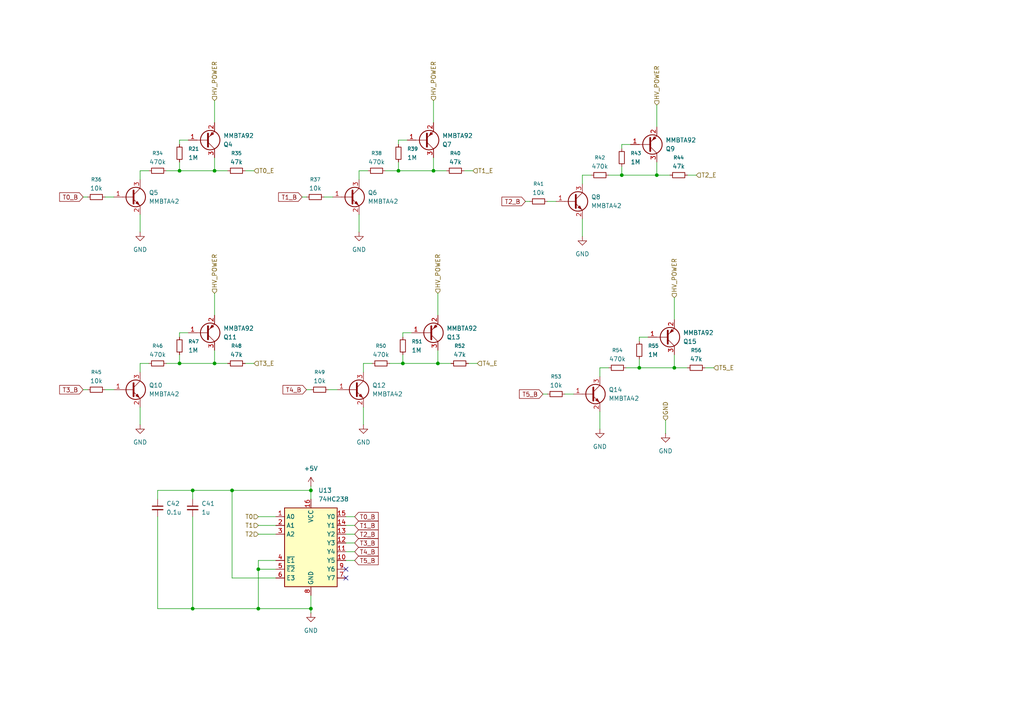
<source format=kicad_sch>
(kicad_sch (version 20250114) (generator "eeschema") (generator_version "9.0")
  (paper "A4")
  (lib_symbols
    (symbol "74xx:74HC238"
      (property "Reference" "U" (at -7.62 13.97 0))
      (property "Value" "74HC238" (at 2.54 -11.43 0))
      (symbol "74HC238_0_1"
        (rectangle (start -7.62 12.7) (end 7.62 -10.16) (stroke (width 0.254)) (fill (type background)))
      )
      (symbol "74HC238_1_1"
        (pin input line (at -10.16 10.16 0) (length 2.54) (name "A0") (number "1"))
        (pin input line (at -10.16 7.62 0) (length 2.54) (name "A1") (number "2"))
        (pin input line (at -10.16 5.08 0) (length 2.54) (name "A2") (number "3"))
        (pin input line (at -10.16 -2.54 0) (length 2.54) (name "~{E1}") (number "4"))
        (pin input line (at -10.16 -5.08 0) (length 2.54) (name "~{E2}") (number "5"))
        (pin input line (at -10.16 -7.62 0) (length 2.54) (name "E3") (number "6"))
        (pin power_in line (at 0 15.24 270) (length 2.54) (name "VCC") (number "16"))
        (pin power_in line (at 0 -12.7 90) (length 2.54) (name "GND") (number "8"))
        (pin output line (at 10.16 10.16 180) (length 2.54) (name "Y0") (number "15"))
        (pin output line (at 10.16 7.62 180) (length 2.54) (name "Y1") (number "14"))
        (pin output line (at 10.16 5.08 180) (length 2.54) (name "Y2") (number "13"))
        (pin output line (at 10.16 2.54 180) (length 2.54) (name "Y3") (number "12"))
        (pin output line (at 10.16 0 180) (length 2.54) (name "Y4") (number "11"))
        (pin output line (at 10.16 -2.54 180) (length 2.54) (name "Y5") (number "10"))
        (pin output line (at 10.16 -5.08 180) (length 2.54) (name "Y6") (number "9"))
        (pin output line (at 10.16 -7.62 180) (length 2.54) (name "Y7") (number "7"))
      )
    )
    (symbol "Device:C_Small" (pin_numbers (hide yes)) (pin_names (offset 0.254) (hide yes))
      (property "Reference" "C" (at 0.254 1.778 0))
      (property "Value" "C_Small" (at 0.254 -2.032 0))
      (symbol "C_Small_0_1"
        (polyline (pts (xy -1.524 0.508) (xy 1.524 0.508)) (stroke (width 0.3048)))
        (polyline (pts (xy -1.524 -0.508) (xy 1.524 -0.508)) (stroke (width 0.3302)))
      )
      (symbol "C_Small_1_1"
        (pin passive line (at 0 2.54 270) (length 2.032) (name "~") (number "1"))
        (pin passive line (at 0 -2.54 90) (length 2.032) (name "~") (number "2"))
      )
    )
    (symbol "Device:R_Small" (pin_numbers (hide yes)) (pin_names (offset 0.254) (hide yes))
      (property "Reference" "R" (at 0 0 90))
      (property "Value" "R_Small" (at 1.778 0 90))
      (symbol "R_Small_0_1"
        (rectangle (start -0.762 1.778) (end 0.762 -1.778) (stroke (width 0.2032)))
      )
      (symbol "R_Small_1_1"
        (pin passive line (at 0 2.54 270) (length 0.762) (name "~") (number "1"))
        (pin passive line (at 0 -2.54 90) (length 0.762) (name "~") (number "2"))
      )
    )
    (symbol "Transistor_BJT:MMBTA42" (pin_names (offset 0) (hide yes))
      (property "Reference" "Q" (at 5.08 1.905 0))
      (property "Value" "MMBTA42" (at 5.08 0 0))
      (symbol "MMBTA42_0_1"
        (polyline (pts (xy -2.54 0) (xy 0.635 0)))
        (polyline (pts (xy 0.635 1.905) (xy 0.635 -1.905)) (stroke (width 0.508)))
        (circle (center 1.27 0) (radius 2.8194) (stroke (width 0.254)))
      )
      (symbol "MMBTA42_1_1"
        (polyline (pts (xy 0.635 0.635) (xy 2.54 2.54)))
        (polyline (pts (xy 0.635 -0.635) (xy 2.54 -2.54)))
        (polyline (pts (xy 1.27 -1.778) (xy 1.778 -1.27) (xy 2.286 -2.286) (xy 1.27 -1.778)) (fill (type outline)))
        (pin input line (at -5.08 0 0) (length 2.54) (name "B") (number "1"))
        (pin passive line (at 2.54 5.08 270) (length 2.54) (name "C") (number "3"))
        (pin passive line (at 2.54 -5.08 90) (length 2.54) (name "E") (number "2"))
      )
    )
    (symbol "Transistor_BJT:MMBTA92" (pin_names (offset 0) (hide yes))
      (property "Reference" "Q" (at 5.08 1.905 0))
      (property "Value" "MMBTA92" (at 5.08 0 0))
      (symbol "MMBTA92_0_1"
        (polyline (pts (xy -2.54 0) (xy 0.635 0)))
        (polyline (pts (xy 0.635 1.905) (xy 0.635 -1.905)) (stroke (width 0.508)))
        (polyline (pts (xy 0.635 0.635) (xy 2.54 2.54)))
        (polyline (pts (xy 0.635 -0.635) (xy 2.54 -2.54)))
        (circle (center 1.27 0) (radius 2.8194) (stroke (width 0.254)))
        (polyline (pts (xy 2.286 -1.778) (xy 1.778 -2.286) (xy 1.27 -1.27) (xy 2.286 -1.778)) (fill (type outline)))
      )
      (symbol "MMBTA92_1_1"
        (pin input line (at -5.08 0 0) (length 2.54) (name "B") (number "1"))
        (pin passive line (at 2.54 5.08 270) (length 2.54) (name "C") (number "3"))
        (pin passive line (at 2.54 -5.08 90) (length 2.54) (name "E") (number "2"))
      )
    )
    (symbol "power:+5V" (power) (pin_numbers (hide yes)) (pin_names (offset 0) (hide yes))
      (property "Value" "+5V" (at 0 3.556 0))
      (symbol "+5V_0_1"
        (polyline (pts (xy -0.762 1.27) (xy 0 2.54)))
        (polyline (pts (xy 0 2.54) (xy 0.762 1.27)))
        (polyline (pts (xy 0 0) (xy 0 2.54)))
      )
      (symbol "+5V_1_1"
        (pin power_in line (at 0 0 90) (length 0) (name "~") (number "1"))
      )
    )
    (symbol "power:GND" (power) (pin_numbers (hide yes)) (pin_names (offset 0) (hide yes))
      (property "Value" "GND" (at 0 -3.81 0))
      (symbol "GND_0_1"
        (polyline (pts (xy 0 0) (xy 0 -1.27) (xy 1.27 -1.27) (xy 0 -2.54) (xy -1.27 -1.27) (xy 0 -1.27)))
      )
      (symbol "GND_1_1"
        (pin power_in line (at 0 0 270) (length 0) (name "~") (number "1"))
      )
    )
  )
  (junction (at 185.42 106.68))
  (junction (at 127 105.41))
  (junction (at 90.17 176.53))
  (junction (at 52.07 105.41))
  (junction (at 90.17 142.24))
  (junction (at 195.58 106.68))
  (junction (at 74.93 165.1))
  (junction (at 74.93 176.53))
  (junction (at 52.07 49.53))
  (junction (at 190.5 50.8))
  (junction (at 180.34 50.8))
  (junction (at 116.84 105.41))
  (junction (at 55.88 176.53))
  (junction (at 125.73 49.53))
  (junction (at 67.31 142.24))
  (junction (at 115.57 49.53))
  (junction (at 55.88 142.24))
  (junction (at 62.23 49.53))
  (junction (at 62.23 105.41))
  (no_connect (at 100.33 165.1))
  (no_connect (at 100.33 167.64))
  (wire (pts (xy 40.64 52.07) (xy 40.64 49.53)))
  (wire (pts (xy 116.84 96.52) (xy 119.38 96.52)))
  (wire (pts (xy 115.57 41.91) (xy 115.57 40.64)))
  (wire (pts (xy 125.73 29.21) (xy 125.73 35.56)))
  (wire (pts (xy 40.64 49.53) (xy 43.18 49.53)))
  (wire (pts (xy 185.42 97.79) (xy 187.96 97.79)))
  (wire (pts (xy 62.23 101.6) (xy 62.23 105.41)))
  (wire (pts (xy 74.93 152.4) (xy 80.01 152.4)))
  (wire (pts (xy 52.07 96.52) (xy 54.61 96.52)))
  (wire (pts (xy 158.75 58.42) (xy 161.29 58.42)))
  (wire (pts (xy 67.31 142.24) (xy 67.31 167.64)))
  (wire (pts (xy 104.14 49.53) (xy 106.68 49.53)))
  (wire (pts (xy 52.07 46.99) (xy 52.07 49.53)))
  (wire (pts (xy 52.07 41.91) (xy 52.07 40.64)))
  (wire (pts (xy 62.23 29.21) (xy 62.23 35.56)))
  (wire (pts (xy 52.07 102.87) (xy 52.07 105.41)))
  (wire (pts (xy 90.17 142.24) (xy 90.17 144.78)))
  (wire (pts (xy 168.91 50.8) (xy 171.45 50.8)))
  (wire (pts (xy 40.64 105.41) (xy 43.18 105.41)))
  (wire (pts (xy 30.48 57.15) (xy 33.02 57.15)))
  (wire (pts (xy 45.72 176.53) (xy 55.88 176.53)))
  (wire (pts (xy 190.5 30.48) (xy 190.5 36.83)))
  (wire (pts (xy 74.93 176.53) (xy 90.17 176.53)))
  (wire (pts (xy 135.89 105.41) (xy 138.43 105.41)))
  (wire (pts (xy 176.53 50.8) (xy 180.34 50.8)))
  (wire (pts (xy 204.47 106.68) (xy 207.01 106.68)))
  (wire (pts (xy 62.23 105.41) (xy 66.04 105.41)))
  (wire (pts (xy 185.42 104.14) (xy 185.42 106.68)))
  (wire (pts (xy 48.26 49.53) (xy 52.07 49.53)))
  (wire (pts (xy 67.31 142.24) (xy 90.17 142.24)))
  (wire (pts (xy 115.57 46.99) (xy 115.57 49.53)))
  (wire (pts (xy 180.34 48.26) (xy 180.34 50.8)))
  (wire (pts (xy 55.88 176.53) (xy 74.93 176.53)))
  (wire (pts (xy 55.88 144.78) (xy 55.88 142.24)))
  (wire (pts (xy 104.14 52.07) (xy 104.14 49.53)))
  (wire (pts (xy 100.33 157.48) (xy 102.87 157.48)))
  (wire (pts (xy 74.93 149.86) (xy 80.01 149.86)))
  (wire (pts (xy 62.23 85.09) (xy 62.23 91.44)))
  (wire (pts (xy 127 85.09) (xy 127 91.44)))
  (wire (pts (xy 93.98 57.15) (xy 96.52 57.15)))
  (wire (pts (xy 190.5 50.8) (xy 194.31 50.8)))
  (wire (pts (xy 105.41 118.11) (xy 105.41 123.19)))
  (wire (pts (xy 105.41 107.95) (xy 105.41 105.41)))
  (wire (pts (xy 173.99 106.68) (xy 176.53 106.68)))
  (wire (pts (xy 62.23 45.72) (xy 62.23 49.53)))
  (wire (pts (xy 48.26 105.41) (xy 52.07 105.41)))
  (wire (pts (xy 116.84 102.87) (xy 116.84 105.41)))
  (wire (pts (xy 90.17 176.53) (xy 90.17 177.8)))
  (wire (pts (xy 157.48 114.3) (xy 158.75 114.3)))
  (wire (pts (xy 181.61 106.68) (xy 185.42 106.68)))
  (wire (pts (xy 24.13 57.15) (xy 25.4 57.15)))
  (wire (pts (xy 173.99 119.38) (xy 173.99 124.46)))
  (wire (pts (xy 87.63 57.15) (xy 88.9 57.15)))
  (wire (pts (xy 116.84 105.41) (xy 127 105.41)))
  (wire (pts (xy 74.93 154.94) (xy 80.01 154.94)))
  (wire (pts (xy 95.25 113.03) (xy 97.79 113.03)))
  (wire (pts (xy 80.01 162.56) (xy 74.93 162.56)))
  (wire (pts (xy 104.14 62.23) (xy 104.14 67.31)))
  (wire (pts (xy 40.64 118.11) (xy 40.64 123.19)))
  (wire (pts (xy 185.42 99.06) (xy 185.42 97.79)))
  (wire (pts (xy 113.03 105.41) (xy 116.84 105.41)))
  (wire (pts (xy 45.72 144.78) (xy 45.72 142.24)))
  (wire (pts (xy 100.33 152.4) (xy 102.87 152.4)))
  (wire (pts (xy 90.17 172.72) (xy 90.17 176.53)))
  (wire (pts (xy 127 105.41) (xy 130.81 105.41)))
  (wire (pts (xy 52.07 105.41) (xy 62.23 105.41)))
  (wire (pts (xy 195.58 102.87) (xy 195.58 106.68)))
  (wire (pts (xy 185.42 106.68) (xy 195.58 106.68)))
  (wire (pts (xy 100.33 154.94) (xy 102.87 154.94)))
  (wire (pts (xy 180.34 50.8) (xy 190.5 50.8)))
  (wire (pts (xy 111.76 49.53) (xy 115.57 49.53)))
  (wire (pts (xy 125.73 45.72) (xy 125.73 49.53)))
  (wire (pts (xy 125.73 49.53) (xy 129.54 49.53)))
  (wire (pts (xy 52.07 49.53) (xy 62.23 49.53)))
  (wire (pts (xy 115.57 40.64) (xy 118.11 40.64)))
  (wire (pts (xy 180.34 41.91) (xy 182.88 41.91)))
  (wire (pts (xy 74.93 165.1) (xy 74.93 176.53)))
  (wire (pts (xy 173.99 109.22) (xy 173.99 106.68)))
  (wire (pts (xy 62.23 49.53) (xy 66.04 49.53)))
  (wire (pts (xy 199.39 50.8) (xy 201.93 50.8)))
  (wire (pts (xy 40.64 107.95) (xy 40.64 105.41)))
  (wire (pts (xy 71.12 105.41) (xy 73.66 105.41)))
  (wire (pts (xy 40.64 62.23) (xy 40.64 67.31)))
  (wire (pts (xy 163.83 114.3) (xy 166.37 114.3)))
  (wire (pts (xy 195.58 106.68) (xy 199.39 106.68)))
  (wire (pts (xy 168.91 53.34) (xy 168.91 50.8)))
  (wire (pts (xy 190.5 46.99) (xy 190.5 50.8)))
  (wire (pts (xy 71.12 49.53) (xy 73.66 49.53)))
  (wire (pts (xy 168.91 63.5) (xy 168.91 68.58)))
  (wire (pts (xy 45.72 149.86) (xy 45.72 176.53)))
  (wire (pts (xy 30.48 113.03) (xy 33.02 113.03)))
  (wire (pts (xy 80.01 167.64) (xy 67.31 167.64)))
  (wire (pts (xy 100.33 160.02) (xy 102.87 160.02)))
  (wire (pts (xy 100.33 162.56) (xy 102.87 162.56)))
  (wire (pts (xy 45.72 142.24) (xy 55.88 142.24)))
  (wire (pts (xy 152.4 58.42) (xy 153.67 58.42)))
  (wire (pts (xy 55.88 142.24) (xy 67.31 142.24)))
  (wire (pts (xy 90.17 140.97) (xy 90.17 142.24)))
  (wire (pts (xy 55.88 149.86) (xy 55.88 176.53)))
  (wire (pts (xy 195.58 86.36) (xy 195.58 92.71)))
  (wire (pts (xy 24.13 113.03) (xy 25.4 113.03)))
  (wire (pts (xy 180.34 43.18) (xy 180.34 41.91)))
  (wire (pts (xy 74.93 162.56) (xy 74.93 165.1)))
  (wire (pts (xy 115.57 49.53) (xy 125.73 49.53)))
  (wire (pts (xy 88.9 113.03) (xy 90.17 113.03)))
  (wire (pts (xy 127 101.6) (xy 127 105.41)))
  (wire (pts (xy 134.62 49.53) (xy 137.16 49.53)))
  (wire (pts (xy 193.04 121.92) (xy 193.04 125.73)))
  (wire (pts (xy 80.01 165.1) (xy 74.93 165.1)))
  (wire (pts (xy 116.84 97.79) (xy 116.84 96.52)))
  (wire (pts (xy 52.07 40.64) (xy 54.61 40.64)))
  (wire (pts (xy 100.33 149.86) (xy 102.87 149.86)))
  (wire (pts (xy 105.41 105.41) (xy 107.95 105.41)))
  (wire (pts (xy 52.07 97.79) (xy 52.07 96.52)))
  (global_label "T4_B" (shape input) (at 102.87 160.02 0) (property "Intersheetrefs" "${INTERSHEET_REFS}" (effects (hide yes))))
  (global_label "T1_B" (shape input) (at 87.63 57.15 180) (property "Intersheetrefs" "${INTERSHEET_REFS}" (effects (hide yes))))
  (global_label "T0_B" (shape input) (at 24.13 57.15 180) (property "Intersheetrefs" "${INTERSHEET_REFS}" (effects (hide yes))))
  (global_label "T2_B" (shape input) (at 152.4 58.42 180) (property "Intersheetrefs" "${INTERSHEET_REFS}" (effects (hide yes))))
  (global_label "T5_B" (shape input) (at 157.48 114.3 180) (property "Intersheetrefs" "${INTERSHEET_REFS}" (effects (hide yes))))
  (global_label "T5_B" (shape input) (at 102.87 162.56 0) (property "Intersheetrefs" "${INTERSHEET_REFS}" (effects (hide yes))))
  (global_label "T1_B" (shape input) (at 102.87 152.4 0) (property "Intersheetrefs" "${INTERSHEET_REFS}" (effects (hide yes))))
  (global_label "T2_B" (shape input) (at 102.87 154.94 0) (property "Intersheetrefs" "${INTERSHEET_REFS}" (effects (hide yes))))
  (global_label "T0_B" (shape input) (at 102.87 149.86 0) (property "Intersheetrefs" "${INTERSHEET_REFS}" (effects (hide yes))))
  (global_label "T3_B" (shape input) (at 102.87 157.48 0) (property "Intersheetrefs" "${INTERSHEET_REFS}" (effects (hide yes))))
  (global_label "T4_B" (shape input) (at 88.9 113.03 180) (property "Intersheetrefs" "${INTERSHEET_REFS}" (effects (hide yes))))
  (global_label "T3_B" (shape input) (at 24.13 113.03 180) (property "Intersheetrefs" "${INTERSHEET_REFS}" (effects (hide yes))))
  (hierarchical_label "HV_POWER" (shape input) (at 190.5 30.48 90))
  (hierarchical_label "GND" (shape input) (at 193.04 121.92 90))
  (hierarchical_label "T4_E" (shape input) (at 138.43 105.41 0))
  (hierarchical_label "T5_E" (shape input) (at 207.01 106.68 0))
  (hierarchical_label "HV_POWER" (shape input) (at 127 85.09 90))
  (hierarchical_label "T1_E" (shape input) (at 137.16 49.53 0))
  (hierarchical_label "T0" (shape input) (at 74.93 149.86 180))
  (hierarchical_label "T2" (shape input) (at 74.93 154.94 180))
  (hierarchical_label "HV_POWER" (shape input) (at 62.23 85.09 90))
  (hierarchical_label "HV_POWER" (shape input) (at 125.73 29.21 90))
  (hierarchical_label "T1" (shape input) (at 74.93 152.4 180))
  (hierarchical_label "T2_E" (shape input) (at 201.93 50.8 0))
  (hierarchical_label "T0_E" (shape input) (at 73.66 49.53 0))
  (hierarchical_label "HV_POWER" (shape input) (at 195.58 86.36 90))
  (hierarchical_label "HV_POWER" (shape input) (at 62.23 29.21 90))
  (hierarchical_label "T3_E" (shape input) (at 73.66 105.41 0))
  (symbol (lib_id "power:GND") (at 104.14 67.31 0) (unit 1)
    (property "Reference" "#PWR073" (effects (hide yes)))
    (property "Value" "GND" (at 104.14 72.39 0))
    (property "Description" "Power symbol creates a global label with name \"GND\" , ground" (effects (hide yes)))
  )
  (symbol (lib_id "Device:R_Small") (at 180.34 45.72 0) (unit 1)
    (property "Reference" "R43" (at 182.88 44.4499 0) (effects (font (size 1.016 1.016)) (justify left)))
    (property "Value" "1M" (at 182.88 46.9899 0) (effects (justify left)))
    (property "Footprint" "Resistor_SMD:R_0603_1608Metric" (effects (hide yes)))
    (property "Description" "Resistor, small symbol" (effects (hide yes)))
  )
  (symbol (lib_id "power:GND") (at 40.64 123.19 0) (unit 1)
    (property "Reference" "#PWR075" (effects (hide yes)))
    (property "Value" "GND" (at 40.64 128.27 0))
    (property "Description" "Power symbol creates a global label with name \"GND\" , ground" (effects (hide yes)))
  )
  (symbol (lib_id "74xx:74HC238") (at 90.17 160.02 0) (unit 1)
    (property "Reference" "U13" (at 92.3133 142.24 0) (effects (justify left)))
    (property "Value" "74HC238" (at 92.3133 144.78 0) (effects (justify left)))
    (property "Footprint" "Package_DFN_QFN:DHVQFN-16-1EP_2.5x3.5mm_P0.5mm_EP1x2mm" (effects (hide yes)))
    (property "Datasheet" "https://www.ti.com/lit/ds/symlink/cd74hc238.pdf" (effects (hide yes)))
    (property "Description" "3-to-8 line decoder/multiplexer, DIP-16/SOIC-16/SSOP-16" (effects (hide yes)))
  )
  (symbol (lib_id "Device:R_Small") (at 109.22 49.53 90) (unit 1)
    (property "Reference" "R38" (at 109.22 44.45 90) (effects (font (size 1.016 1.016))))
    (property "Value" "470k" (at 109.22 46.99 90))
    (property "Footprint" "Resistor_SMD:R_0603_1608Metric" (effects (hide yes)))
    (property "Description" "Resistor, small symbol" (effects (hide yes)))
  )
  (symbol (lib_id "power:GND") (at 40.64 67.31 0) (unit 1)
    (property "Reference" "#PWR072" (effects (hide yes)))
    (property "Value" "GND" (at 40.64 72.39 0))
    (property "Description" "Power symbol creates a global label with name \"GND\" , ground" (effects (hide yes)))
  )
  (symbol (lib_id "Device:R_Small") (at 27.94 57.15 90) (unit 1)
    (property "Reference" "R36" (at 27.94 52.07 90) (effects (font (size 1.016 1.016))))
    (property "Value" "10k" (at 27.94 54.61 90))
    (property "Footprint" "Resistor_SMD:R_0603_1608Metric" (effects (hide yes)))
    (property "Description" "Resistor, small symbol" (effects (hide yes)))
  )
  (symbol (lib_id "Device:R_Small") (at 201.93 106.68 90) (unit 1)
    (property "Reference" "R56" (at 201.93 101.6 90) (effects (font (size 1.016 1.016))))
    (property "Value" "47k" (at 201.93 104.14 90))
    (property "Footprint" "Resistor_SMD:R_0603_1608Metric" (effects (hide yes)))
    (property "Description" "Resistor, small symbol" (effects (hide yes)))
  )
  (symbol (lib_id "Device:R_Small") (at 27.94 113.03 90) (unit 1)
    (property "Reference" "R45" (at 27.94 107.95 90) (effects (font (size 1.016 1.016))))
    (property "Value" "10k" (at 27.94 110.49 90))
    (property "Footprint" "Resistor_SMD:R_0603_1608Metric" (effects (hide yes)))
    (property "Description" "Resistor, small symbol" (effects (hide yes)))
  )
  (symbol (lib_id "Device:C_Small") (at 55.88 147.32 0) (unit 1)
    (property "Reference" "C41" (at 58.42 146.0562 0) (effects (justify left)))
    (property "Value" "1u" (at 58.42 148.5962 0) (effects (justify left)))
    (property "Footprint" "Capacitor_SMD:C_0603_1608Metric" (effects (hide yes)))
    (property "Description" "Unpolarized capacitor, small symbol" (effects (hide yes)))
  )
  (symbol (lib_id "Device:R_Small") (at 68.58 105.41 90) (unit 1)
    (property "Reference" "R48" (at 68.58 100.33 90) (effects (font (size 1.016 1.016))))
    (property "Value" "47k" (at 68.58 102.87 90))
    (property "Footprint" "Resistor_SMD:R_0603_1608Metric" (effects (hide yes)))
    (property "Description" "Resistor, small symbol" (effects (hide yes)))
  )
  (symbol (lib_id "Device:R_Small") (at 45.72 105.41 90) (unit 1)
    (property "Reference" "R46" (at 45.72 100.33 90) (effects (font (size 1.016 1.016))))
    (property "Value" "470k" (at 45.72 102.87 90))
    (property "Footprint" "Resistor_SMD:R_0603_1608Metric" (effects (hide yes)))
    (property "Description" "Resistor, small symbol" (effects (hide yes)))
  )
  (symbol (lib_id "Transistor_BJT:MMBTA42") (at 38.1 57.15 0) (unit 1)
    (property "Reference" "Q5" (at 43.18 55.8799 0) (effects (justify left)))
    (property "Value" "MMBTA42" (at 43.18 58.4199 0) (effects (justify left)))
    (property "Footprint" "Package_TO_SOT_SMD:SOT-23" (effects (hide yes)))
    (property "Datasheet" "https://www.onsemi.com/pub/Collateral/MMBTA42LT1-D.PDF" (effects (hide yes)))
    (property "Description" "0.5A Ic, 300V Vce, NPN High Voltage Transistor, SOT-23" (effects (hide yes)))
    (property "Sim.Device" "NPN" (effects (hide yes)))
    (property "Sim.Pins" "1=B 2=E 3=C" (effects (hide yes)))
  )
  (symbol (lib_id "power:GND") (at 173.99 124.46 0) (unit 1)
    (property "Reference" "#PWR077" (effects (hide yes)))
    (property "Value" "GND" (at 173.99 129.54 0))
    (property "Description" "Power symbol creates a global label with name \"GND\" , ground" (effects (hide yes)))
  )
  (symbol (lib_id "Transistor_BJT:MMBTA92") (at 59.69 40.64 0) (mirror x) (unit 1)
    (property "Reference" "Q4" (at 64.77 41.9101 0) (effects (justify left)))
    (property "Value" "MMBTA92" (at 64.77 39.3701 0) (effects (justify left)))
    (property "Footprint" "Package_TO_SOT_SMD:SOT-23" (effects (hide yes)))
    (property "Datasheet" "https://www.onsemi.com/pub/Collateral/MMBTA92LT1-D.PDF" (effects (hide yes)))
    (property "Description" "0.5A Ic, 300V Vce, PNP High Voltage Transistor, SOT-23" (effects (hide yes)))
    (property "Sim.Device" "PNP" (effects (hide yes)))
    (property "Sim.Pins" "1=B 2=E 3=C" (effects (hide yes)))
  )
  (symbol (lib_id "power:GND") (at 168.91 68.58 0) (unit 1)
    (property "Reference" "#PWR074" (effects (hide yes)))
    (property "Value" "GND" (at 168.91 73.66 0))
    (property "Description" "Power symbol creates a global label with name \"GND\" , ground" (effects (hide yes)))
  )
  (symbol (lib_id "Device:R_Small") (at 196.85 50.8 90) (unit 1)
    (property "Reference" "R44" (at 196.85 45.72 90) (effects (font (size 1.016 1.016))))
    (property "Value" "47k" (at 196.85 48.26 90))
    (property "Footprint" "Resistor_SMD:R_0603_1608Metric" (effects (hide yes)))
    (property "Description" "Resistor, small symbol" (effects (hide yes)))
  )
  (symbol (lib_id "Device:R_Small") (at 161.29 114.3 90) (unit 1)
    (property "Reference" "R53" (at 161.29 109.22 90) (effects (font (size 1.016 1.016))))
    (property "Value" "10k" (at 161.29 111.76 90))
    (property "Footprint" "Resistor_SMD:R_0603_1608Metric" (effects (hide yes)))
    (property "Description" "Resistor, small symbol" (effects (hide yes)))
  )
  (symbol (lib_id "power:GND") (at 90.17 177.8 0) (unit 1)
    (property "Reference" "#PWR054" (effects (hide yes)))
    (property "Value" "GND" (at 90.17 182.88 0))
    (property "Description" "Power symbol creates a global label with name \"GND\" , ground" (effects (hide yes)))
  )
  (symbol (lib_id "Device:R_Small") (at 156.21 58.42 90) (unit 1)
    (property "Reference" "R41" (at 156.21 53.34 90) (effects (font (size 1.016 1.016))))
    (property "Value" "10k" (at 156.21 55.88 90))
    (property "Footprint" "Resistor_SMD:R_0603_1608Metric" (effects (hide yes)))
    (property "Description" "Resistor, small symbol" (effects (hide yes)))
  )
  (symbol (lib_id "Device:R_Small") (at 92.71 113.03 90) (unit 1)
    (property "Reference" "R49" (at 92.71 107.95 90) (effects (font (size 1.016 1.016))))
    (property "Value" "10k" (at 92.71 110.49 90))
    (property "Footprint" "Resistor_SMD:R_0603_1608Metric" (effects (hide yes)))
    (property "Description" "Resistor, small symbol" (effects (hide yes)))
  )
  (symbol (lib_id "power:GND") (at 193.04 125.73 0) (unit 1)
    (property "Reference" "#PWR048" (effects (hide yes)))
    (property "Value" "GND" (at 193.04 130.81 0))
    (property "Description" "Power symbol creates a global label with name \"GND\" , ground" (effects (hide yes)))
  )
  (symbol (lib_id "Device:R_Small") (at 52.07 100.33 0) (unit 1)
    (property "Reference" "R47" (at 54.61 99.0599 0) (effects (font (size 1.016 1.016)) (justify left)))
    (property "Value" "1M" (at 54.61 101.5999 0) (effects (justify left)))
    (property "Footprint" "Resistor_SMD:R_0603_1608Metric" (effects (hide yes)))
    (property "Description" "Resistor, small symbol" (effects (hide yes)))
  )
  (symbol (lib_id "Device:R_Small") (at 110.49 105.41 90) (unit 1)
    (property "Reference" "R50" (at 110.49 100.33 90) (effects (font (size 1.016 1.016))))
    (property "Value" "470k" (at 110.49 102.87 90))
    (property "Footprint" "Resistor_SMD:R_0603_1608Metric" (effects (hide yes)))
    (property "Description" "Resistor, small symbol" (effects (hide yes)))
  )
  (symbol (lib_id "Transistor_BJT:MMBTA92") (at 59.69 96.52 0) (mirror x) (unit 1)
    (property "Reference" "Q11" (at 64.77 97.7901 0) (effects (justify left)))
    (property "Value" "MMBTA92" (at 64.77 95.2501 0) (effects (justify left)))
    (property "Footprint" "Package_TO_SOT_SMD:SOT-23" (effects (hide yes)))
    (property "Datasheet" "https://www.onsemi.com/pub/Collateral/MMBTA92LT1-D.PDF" (effects (hide yes)))
    (property "Description" "0.5A Ic, 300V Vce, PNP High Voltage Transistor, SOT-23" (effects (hide yes)))
    (property "Sim.Device" "PNP" (effects (hide yes)))
    (property "Sim.Pins" "1=B 2=E 3=C" (effects (hide yes)))
  )
  (symbol (lib_id "Device:R_Small") (at 91.44 57.15 90) (unit 1)
    (property "Reference" "R37" (at 91.44 52.07 90) (effects (font (size 1.016 1.016))))
    (property "Value" "10k" (at 91.44 54.61 90))
    (property "Footprint" "Resistor_SMD:R_0603_1608Metric" (effects (hide yes)))
    (property "Description" "Resistor, small symbol" (effects (hide yes)))
  )
  (symbol (lib_id "Device:R_Small") (at 116.84 100.33 0) (unit 1)
    (property "Reference" "R51" (at 119.38 99.0599 0) (effects (font (size 1.016 1.016)) (justify left)))
    (property "Value" "1M" (at 119.38 101.5999 0) (effects (justify left)))
    (property "Footprint" "Resistor_SMD:R_0603_1608Metric" (effects (hide yes)))
    (property "Description" "Resistor, small symbol" (effects (hide yes)))
  )
  (symbol (lib_id "power:GND") (at 105.41 123.19 0) (unit 1)
    (property "Reference" "#PWR076" (effects (hide yes)))
    (property "Value" "GND" (at 105.41 128.27 0))
    (property "Description" "Power symbol creates a global label with name \"GND\" , ground" (effects (hide yes)))
  )
  (symbol (lib_id "Device:R_Small") (at 45.72 49.53 90) (unit 1)
    (property "Reference" "R34" (at 45.72 44.45 90) (effects (font (size 1.016 1.016))))
    (property "Value" "470k" (at 45.72 46.99 90))
    (property "Footprint" "Resistor_SMD:R_0603_1608Metric" (effects (hide yes)))
    (property "Description" "Resistor, small symbol" (effects (hide yes)))
  )
  (symbol (lib_id "Device:R_Small") (at 133.35 105.41 90) (unit 1)
    (property "Reference" "R52" (at 133.35 100.33 90) (effects (font (size 1.016 1.016))))
    (property "Value" "47k" (at 133.35 102.87 90))
    (property "Footprint" "Resistor_SMD:R_0603_1608Metric" (effects (hide yes)))
    (property "Description" "Resistor, small symbol" (effects (hide yes)))
  )
  (symbol (lib_id "Transistor_BJT:MMBTA92") (at 193.04 97.79 0) (mirror x) (unit 1)
    (property "Reference" "Q15" (at 198.12 99.0601 0) (effects (justify left)))
    (property "Value" "MMBTA92" (at 198.12 96.5201 0) (effects (justify left)))
    (property "Footprint" "Package_TO_SOT_SMD:SOT-23" (effects (hide yes)))
    (property "Datasheet" "https://www.onsemi.com/pub/Collateral/MMBTA92LT1-D.PDF" (effects (hide yes)))
    (property "Description" "0.5A Ic, 300V Vce, PNP High Voltage Transistor, SOT-23" (effects (hide yes)))
    (property "Sim.Device" "PNP" (effects (hide yes)))
    (property "Sim.Pins" "1=B 2=E 3=C" (effects (hide yes)))
  )
  (symbol (lib_id "Transistor_BJT:MMBTA42") (at 171.45 114.3 0) (unit 1)
    (property "Reference" "Q14" (at 176.53 113.0299 0) (effects (justify left)))
    (property "Value" "MMBTA42" (at 176.53 115.5699 0) (effects (justify left)))
    (property "Footprint" "Package_TO_SOT_SMD:SOT-23" (effects (hide yes)))
    (property "Datasheet" "https://www.onsemi.com/pub/Collateral/MMBTA42LT1-D.PDF" (effects (hide yes)))
    (property "Description" "0.5A Ic, 300V Vce, NPN High Voltage Transistor, SOT-23" (effects (hide yes)))
    (property "Sim.Device" "NPN" (effects (hide yes)))
    (property "Sim.Pins" "1=B 2=E 3=C" (effects (hide yes)))
  )
  (symbol (lib_id "Device:R_Small") (at 173.99 50.8 90) (unit 1)
    (property "Reference" "R42" (at 173.99 45.72 90) (effects (font (size 1.016 1.016))))
    (property "Value" "470k" (at 173.99 48.26 90))
    (property "Footprint" "Resistor_SMD:R_0603_1608Metric" (effects (hide yes)))
    (property "Description" "Resistor, small symbol" (effects (hide yes)))
  )
  (symbol (lib_id "Device:R_Small") (at 185.42 101.6 0) (unit 1)
    (property "Reference" "R55" (at 187.96 100.3299 0) (effects (font (size 1.016 1.016)) (justify left)))
    (property "Value" "1M" (at 187.96 102.8699 0) (effects (justify left)))
    (property "Footprint" "Resistor_SMD:R_0603_1608Metric" (effects (hide yes)))
    (property "Description" "Resistor, small symbol" (effects (hide yes)))
  )
  (symbol (lib_id "Transistor_BJT:MMBTA92") (at 187.96 41.91 0) (mirror x) (unit 1)
    (property "Reference" "Q9" (at 193.04 43.1801 0) (effects (justify left)))
    (property "Value" "MMBTA92" (at 193.04 40.6401 0) (effects (justify left)))
    (property "Footprint" "Package_TO_SOT_SMD:SOT-23" (effects (hide yes)))
    (property "Datasheet" "https://www.onsemi.com/pub/Collateral/MMBTA92LT1-D.PDF" (effects (hide yes)))
    (property "Description" "0.5A Ic, 300V Vce, PNP High Voltage Transistor, SOT-23" (effects (hide yes)))
    (property "Sim.Device" "PNP" (effects (hide yes)))
    (property "Sim.Pins" "1=B 2=E 3=C" (effects (hide yes)))
  )
  (symbol (lib_id "Transistor_BJT:MMBTA42") (at 166.37 58.42 0) (unit 1)
    (property "Reference" "Q8" (at 171.45 57.1499 0) (effects (justify left)))
    (property "Value" "MMBTA42" (at 171.45 59.6899 0) (effects (justify left)))
    (property "Footprint" "Package_TO_SOT_SMD:SOT-23" (effects (hide yes)))
    (property "Datasheet" "https://www.onsemi.com/pub/Collateral/MMBTA42LT1-D.PDF" (effects (hide yes)))
    (property "Description" "0.5A Ic, 300V Vce, NPN High Voltage Transistor, SOT-23" (effects (hide yes)))
    (property "Sim.Device" "NPN" (effects (hide yes)))
    (property "Sim.Pins" "1=B 2=E 3=C" (effects (hide yes)))
  )
  (symbol (lib_id "Transistor_BJT:MMBTA42") (at 38.1 113.03 0) (unit 1)
    (property "Reference" "Q10" (at 43.18 111.7599 0) (effects (justify left)))
    (property "Value" "MMBTA42" (at 43.18 114.2999 0) (effects (justify left)))
    (property "Footprint" "Package_TO_SOT_SMD:SOT-23" (effects (hide yes)))
    (property "Datasheet" "https://www.onsemi.com/pub/Collateral/MMBTA42LT1-D.PDF" (effects (hide yes)))
    (property "Description" "0.5A Ic, 300V Vce, NPN High Voltage Transistor, SOT-23" (effects (hide yes)))
    (property "Sim.Device" "NPN" (effects (hide yes)))
    (property "Sim.Pins" "1=B 2=E 3=C" (effects (hide yes)))
  )
  (symbol (lib_id "Transistor_BJT:MMBTA42") (at 101.6 57.15 0) (unit 1)
    (property "Reference" "Q6" (at 106.68 55.8799 0) (effects (justify left)))
    (property "Value" "MMBTA42" (at 106.68 58.4199 0) (effects (justify left)))
    (property "Footprint" "Package_TO_SOT_SMD:SOT-23" (effects (hide yes)))
    (property "Datasheet" "https://www.onsemi.com/pub/Collateral/MMBTA42LT1-D.PDF" (effects (hide yes)))
    (property "Description" "0.5A Ic, 300V Vce, NPN High Voltage Transistor, SOT-23" (effects (hide yes)))
    (property "Sim.Device" "NPN" (effects (hide yes)))
    (property "Sim.Pins" "1=B 2=E 3=C" (effects (hide yes)))
  )
  (symbol (lib_id "Device:R_Small") (at 132.08 49.53 90) (unit 1)
    (property "Reference" "R40" (at 132.08 44.45 90) (effects (font (size 1.016 1.016))))
    (property "Value" "47k" (at 132.08 46.99 90))
    (property "Footprint" "Resistor_SMD:R_0603_1608Metric" (effects (hide yes)))
    (property "Description" "Resistor, small symbol" (effects (hide yes)))
  )
  (symbol (lib_id "Device:R_Small") (at 68.58 49.53 90) (unit 1)
    (property "Reference" "R35" (at 68.58 44.45 90) (effects (font (size 1.016 1.016))))
    (property "Value" "47k" (at 68.58 46.99 90))
    (property "Footprint" "Resistor_SMD:R_0603_1608Metric" (effects (hide yes)))
    (property "Description" "Resistor, small symbol" (effects (hide yes)))
  )
  (symbol (lib_id "Device:R_Small") (at 179.07 106.68 90) (unit 1)
    (property "Reference" "R54" (at 179.07 101.6 90) (effects (font (size 1.016 1.016))))
    (property "Value" "470k" (at 179.07 104.14 90))
    (property "Footprint" "Resistor_SMD:R_0603_1608Metric" (effects (hide yes)))
    (property "Description" "Resistor, small symbol" (effects (hide yes)))
  )
  (symbol (lib_id "Device:C_Small") (at 45.72 147.32 0) (unit 1)
    (property "Reference" "C42" (at 48.26 146.0562 0) (effects (justify left)))
    (property "Value" "0.1u" (at 48.26 148.5962 0) (effects (justify left)))
    (property "Footprint" "Capacitor_SMD:C_0603_1608Metric" (effects (hide yes)))
    (property "Description" "Unpolarized capacitor, small symbol" (effects (hide yes)))
  )
  (symbol (lib_id "Transistor_BJT:MMBTA92") (at 123.19 40.64 0) (mirror x) (unit 1)
    (property "Reference" "Q7" (at 128.27 41.9101 0) (effects (justify left)))
    (property "Value" "MMBTA92" (at 128.27 39.3701 0) (effects (justify left)))
    (property "Footprint" "Package_TO_SOT_SMD:SOT-23" (effects (hide yes)))
    (property "Datasheet" "https://www.onsemi.com/pub/Collateral/MMBTA92LT1-D.PDF" (effects (hide yes)))
    (property "Description" "0.5A Ic, 300V Vce, PNP High Voltage Transistor, SOT-23" (effects (hide yes)))
    (property "Sim.Device" "PNP" (effects (hide yes)))
    (property "Sim.Pins" "1=B 2=E 3=C" (effects (hide yes)))
  )
  (symbol (lib_id "Transistor_BJT:MMBTA92") (at 124.46 96.52 0) (mirror x) (unit 1)
    (property "Reference" "Q13" (at 129.54 97.7901 0) (effects (justify left)))
    (property "Value" "MMBTA92" (at 129.54 95.2501 0) (effects (justify left)))
    (property "Footprint" "Package_TO_SOT_SMD:SOT-23" (effects (hide yes)))
    (property "Datasheet" "https://www.onsemi.com/pub/Collateral/MMBTA92LT1-D.PDF" (effects (hide yes)))
    (property "Description" "0.5A Ic, 300V Vce, PNP High Voltage Transistor, SOT-23" (effects (hide yes)))
    (property "Sim.Device" "PNP" (effects (hide yes)))
    (property "Sim.Pins" "1=B 2=E 3=C" (effects (hide yes)))
  )
  (symbol (lib_id "Transistor_BJT:MMBTA42") (at 102.87 113.03 0) (unit 1)
    (property "Reference" "Q12" (at 107.95 111.7599 0) (effects (justify left)))
    (property "Value" "MMBTA42" (at 107.95 114.2999 0) (effects (justify left)))
    (property "Footprint" "Package_TO_SOT_SMD:SOT-23" (effects (hide yes)))
    (property "Datasheet" "https://www.onsemi.com/pub/Collateral/MMBTA42LT1-D.PDF" (effects (hide yes)))
    (property "Description" "0.5A Ic, 300V Vce, NPN High Voltage Transistor, SOT-23" (effects (hide yes)))
    (property "Sim.Device" "NPN" (effects (hide yes)))
    (property "Sim.Pins" "1=B 2=E 3=C" (effects (hide yes)))
  )
  (symbol (lib_id "power:+5V") (at 90.17 140.97 0) (unit 1)
    (property "Reference" "#PWR071" (effects (hide yes)))
    (property "Value" "+5V" (at 90.17 135.89 0))
    (property "Description" "Power symbol creates a global label with name \"+5V\"" (effects (hide yes)))
  )
  (symbol (lib_id "Device:R_Small") (at 52.07 44.45 0) (unit 1)
    (property "Reference" "R21" (at 54.61 43.1799 0) (effects (font (size 1.016 1.016)) (justify left)))
    (property "Value" "1M" (at 54.61 45.7199 0) (effects (justify left)))
    (property "Footprint" "Resistor_SMD:R_0603_1608Metric" (effects (hide yes)))
    (property "Description" "Resistor, small symbol" (effects (hide yes)))
  )
  (symbol (lib_id "Device:R_Small") (at 115.57 44.45 0) (unit 1)
    (property "Reference" "R39" (at 118.11 43.1799 0) (effects (font (size 1.016 1.016)) (justify left)))
    (property "Value" "1M" (at 118.11 45.7199 0) (effects (justify left)))
    (property "Footprint" "Resistor_SMD:R_0603_1608Metric" (effects (hide yes)))
    (property "Description" "Resistor, small symbol" (effects (hide yes)))
  )
)
</source>
